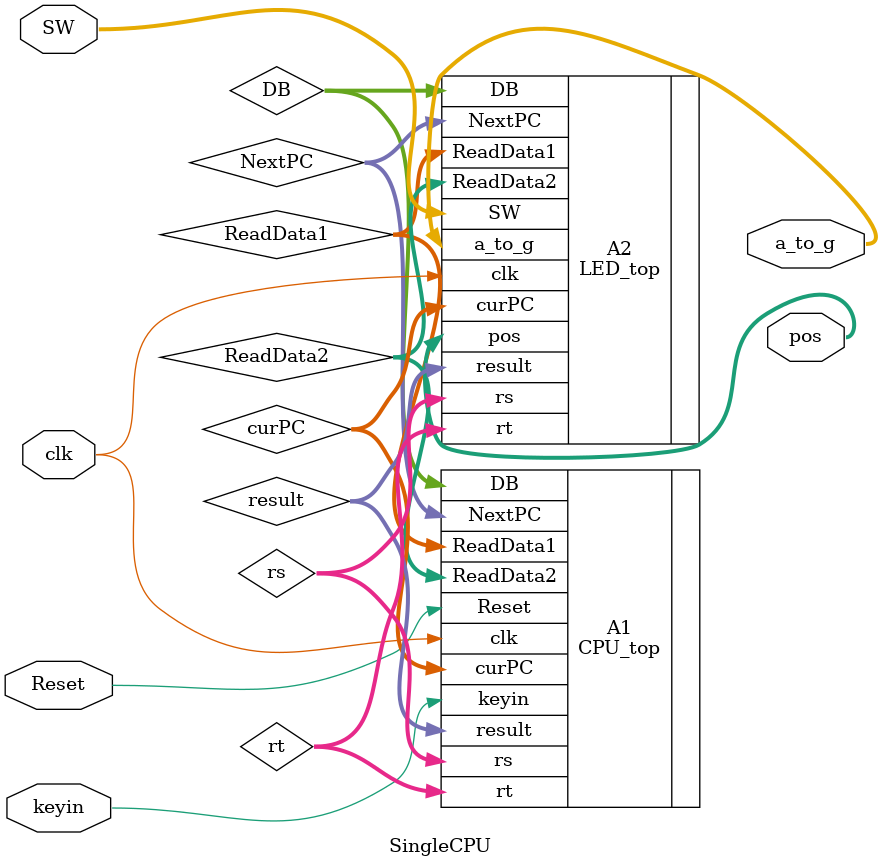
<source format=v>
`timescale 1ns / 1ps


module SingleCPU(clk,keyin,Reset,SW,a_to_g,pos);
    input clk;
    input keyin;
    input Reset;
    input [1:0] SW;
    output [6:0] a_to_g;
    output [3:0] pos;
    
    wire [31:0] curPC;
    wire [31:0] NextPC;
    wire [4:0] rs;
    wire [31:0] ReadData1;
    wire [4:0] rt;
    wire [31:0] ReadData2;
    wire [31:0] result;
    wire [31:0] DB;
    CPU_top A1 (.clk(clk),.keyin(keyin),.Reset(Reset),
               //ÒÔÏÂÌá¹©ÏÔÊ¾ÓÃ
               .curPC(curPC),.NextPC(NextPC),.rs(rs),.ReadData1(ReadData1),
               .rt(rt),.ReadData2(ReadData2),.result(result),.DB(DB)
                );
    LED_top A2 (.clk(clk),.SW(SW),.curPC(curPC),.NextPC(NextPC),.rs(rs),
                .ReadData1(ReadData1),.rt(rt),.ReadData2(ReadData2),
                .result(result),.DB(DB),.a_to_g(a_to_g),.pos(pos)
                );
endmodule

</source>
